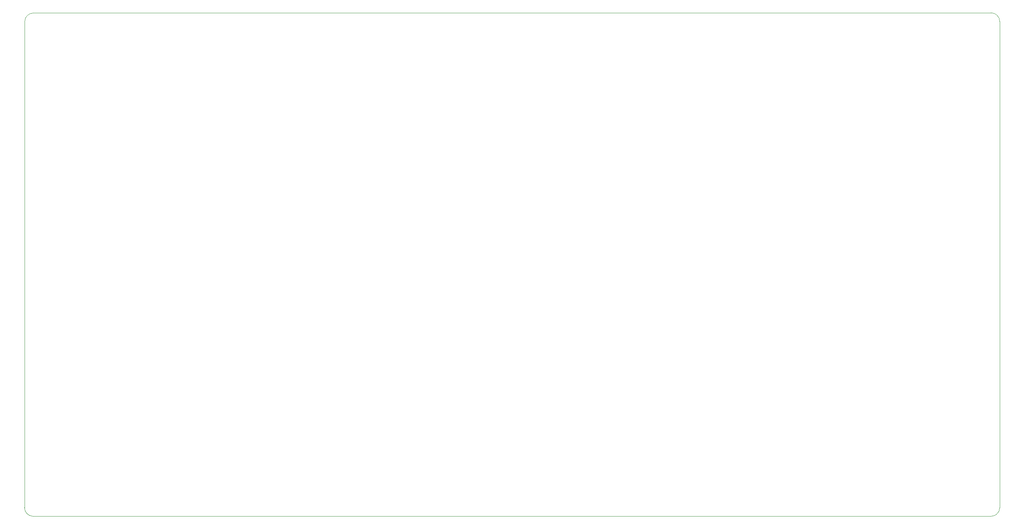
<source format=gbr>
%TF.GenerationSoftware,KiCad,Pcbnew,8.0.2*%
%TF.CreationDate,2025-01-26T21:00:51+01:00*%
%TF.ProjectId,bytecradle-6502-single-board,62797465-6372-4616-946c-652d36353032,rev?*%
%TF.SameCoordinates,Original*%
%TF.FileFunction,Profile,NP*%
%FSLAX46Y46*%
G04 Gerber Fmt 4.6, Leading zero omitted, Abs format (unit mm)*
G04 Created by KiCad (PCBNEW 8.0.2) date 2025-01-26 21:00:51*
%MOMM*%
%LPD*%
G01*
G04 APERTURE LIST*
%TA.AperFunction,Profile*%
%ADD10C,0.050000*%
%TD*%
G04 APERTURE END LIST*
D10*
X47674214Y-28084214D02*
G75*
G02*
X49674214Y-26084214I1999986J14D01*
G01*
X49674214Y-26084214D02*
X270510000Y-26035000D01*
X272510000Y-28035000D02*
X272510000Y-140240000D01*
X272510000Y-140240000D02*
G75*
G02*
X270510000Y-142240000I-2000000J0D01*
G01*
X49625000Y-142240000D02*
G75*
G02*
X47625000Y-140240000I0J2000000D01*
G01*
X47625000Y-140240000D02*
X47674214Y-28084214D01*
X270510000Y-26035000D02*
G75*
G02*
X272510000Y-28035000I0J-2000000D01*
G01*
X270510000Y-142240000D02*
X49625000Y-142240000D01*
M02*

</source>
